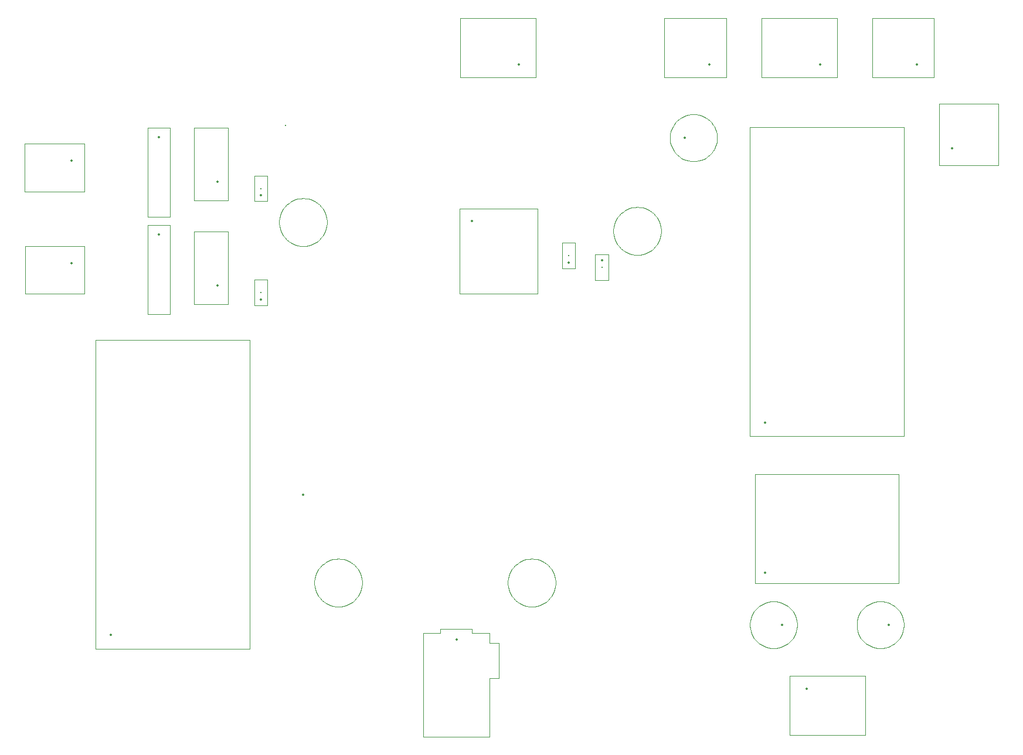
<source format=gbr>
%TF.GenerationSoftware,KiCad,Pcbnew,8.0.0*%
%TF.CreationDate,2024-03-04T10:50:14+07:00*%
%TF.ProjectId,capstone,63617073-746f-46e6-952e-6b696361645f,rev?*%
%TF.SameCoordinates,Original*%
%TF.FileFunction,Component,L1,Top*%
%TF.FilePolarity,Positive*%
%FSLAX46Y46*%
G04 Gerber Fmt 4.6, Leading zero omitted, Abs format (unit mm)*
G04 Created by KiCad (PCBNEW 8.0.0) date 2024-03-04 10:50:14*
%MOMM*%
%LPD*%
G01*
G04 APERTURE LIST*
%TA.AperFunction,ComponentMain*%
%ADD10C,0.300000*%
%TD*%
%TA.AperFunction,ComponentOutline,Courtyard*%
%ADD11C,0.100000*%
%TD*%
%TA.AperFunction,ComponentPin*%
%ADD12P,0.360000X4X0.000000*%
%TD*%
%TA.AperFunction,ComponentPin*%
%ADD13C,0.100000*%
%TD*%
G04 APERTURE END LIST*
D10*
%TO.C,R3*%
%TO.CFtp,R_0805_2012Metric_Pad1.20x1.40mm_HandSolder*%
%TO.CVal,10k*%
%TO.CLbN,Resistor_SMD*%
%TO.CMnt,SMD*%
%TO.CRot,-90*%
X176500000Y-75200000D03*
D11*
X177449999Y-73350001D02*
X177449999Y-77049999D01*
X175550001Y-77049999D01*
X175550001Y-73350001D01*
X177449999Y-73350001D01*
D12*
%TO.P,R3,1*%
X176500000Y-74200000D03*
D13*
%TO.P,R3,2*%
X176500000Y-76200000D03*
%TD*%
D10*
%TO.C,J2*%
%TO.CFtp,JST_PH_S2B-PH-K_1x02_P2.00mm_Horizontal*%
%TO.CVal,Conn_01x02_Pin*%
%TO.CLbN,Connector_JST*%
%TO.CMnt,TH*%
%TO.CRot,-90*%
X99900000Y-59830000D03*
D11*
X101749999Y-57380001D02*
X101749999Y-64279999D01*
X93150001Y-64279999D01*
X93150001Y-57380001D01*
X101749999Y-57380001D01*
D12*
%TO.P,J2,1,Pin_1*%
X99900000Y-59830000D03*
D13*
%TO.P,J2,2,Pin_2*%
X99900000Y-61830000D03*
%TD*%
D10*
%TO.C,J11*%
%TO.CFtp,CUI_PJ-002A*%
%TO.CVal,Barrel_Jack_Switch*%
%TO.CLbN,Barrel Jack*%
%TO.CMnt,TH*%
%TO.CRot,-90*%
X155500000Y-129000000D03*
D11*
X157749999Y-127450001D02*
X157749999Y-128000001D01*
X160249999Y-128000001D01*
X160249999Y-129450001D01*
X161599999Y-129450001D01*
X161599999Y-134549999D01*
X160249999Y-134549999D01*
X160249999Y-142999999D01*
X150750001Y-142999999D01*
X150750001Y-128000001D01*
X153150001Y-128000001D01*
X153150001Y-127450001D01*
X157749999Y-127450001D01*
D12*
%TO.P,J11,1*%
X155500000Y-129000000D03*
D13*
%TO.P,J11,2*%
X155500000Y-135000000D03*
%TO.P,J11,3*%
X160200000Y-132000000D03*
%TD*%
D10*
%TO.C,W_LV_SENSOR*%
%TO.CFtp,JST_PH_S4B-PH-K_1x04_P2.00mm_Horizontal*%
%TO.CVal,Grove_Conn*%
%TO.CLbN,Connector_JST*%
%TO.CMnt,TH*%
%TO.CRot,180*%
X164500000Y-45950000D03*
D11*
X166949999Y-39200001D02*
X166949999Y-47799999D01*
X156050001Y-47799999D01*
X156050001Y-39200001D01*
X166949999Y-39200001D01*
D12*
%TO.P,W_LV_SENSOR,1,Pin_1*%
X164500000Y-45950000D03*
D13*
%TO.P,W_LV_SENSOR,2,Pin_2*%
X162500000Y-45950000D03*
%TO.P,W_LV_SENSOR,3,Pin_3*%
X160500000Y-45950000D03*
%TO.P,W_LV_SENSOR,4,Pin_4*%
X158500000Y-45950000D03*
%TD*%
D10*
%TO.C,C5*%
%TO.CFtp,CP_Radial_D6.3mm_P2.50mm*%
%TO.CVal,100u*%
%TO.CLbN,Capacitor_THT*%
%TO.CMnt,TH*%
%TO.CRot,0*%
X188500000Y-56500000D03*
D11*
X189750000Y-53097504D02*
X190117875Y-53117450D01*
X190481436Y-53177052D01*
X190836422Y-53275614D01*
X191178671Y-53411978D01*
X191504169Y-53584546D01*
X191504169Y-53584547D01*
X191809102Y-53791297D01*
X192089894Y-54029804D01*
X192343253Y-54297271D01*
X192566208Y-54590564D01*
X192756146Y-54906243D01*
X192910840Y-55240606D01*
X193028475Y-55589736D01*
X193107673Y-55949537D01*
X193147506Y-56315793D01*
X193149999Y-56500000D01*
X193147506Y-56684207D01*
X193107673Y-57050463D01*
X193028475Y-57410264D01*
X192910840Y-57759394D01*
X192756146Y-58093757D01*
X192566208Y-58409436D01*
X192343253Y-58702729D01*
X192089894Y-58970196D01*
X191809102Y-59208703D01*
X191504169Y-59415453D01*
X191178671Y-59588022D01*
X190836422Y-59724386D01*
X190481436Y-59822948D01*
X190117875Y-59882550D01*
X189750000Y-59902496D01*
X189382125Y-59882550D01*
X189018564Y-59822948D01*
X188663578Y-59724386D01*
X188321329Y-59588022D01*
X187995830Y-59415453D01*
X187995831Y-59415453D01*
X187690898Y-59208703D01*
X187410106Y-58970196D01*
X187156747Y-58702729D01*
X186933792Y-58409436D01*
X186743854Y-58093757D01*
X186589160Y-57759394D01*
X186471525Y-57410264D01*
X186392327Y-57050463D01*
X186352494Y-56684207D01*
X186352494Y-56315793D01*
X186392327Y-55949537D01*
X186471525Y-55589736D01*
X186589160Y-55240606D01*
X186743854Y-54906243D01*
X186933792Y-54590564D01*
X187156747Y-54297271D01*
X187410106Y-54029804D01*
X187690898Y-53791297D01*
X187995831Y-53584547D01*
X187995830Y-53584546D01*
X188321329Y-53411978D01*
X188663578Y-53275614D01*
X189018564Y-53177052D01*
X189382125Y-53117450D01*
X189750000Y-53097504D01*
D12*
%TO.P,C5,1*%
X188500000Y-56500000D03*
D13*
%TO.P,C5,2*%
X191000000Y-56500000D03*
%TD*%
D10*
%TO.C,STP_MTR*%
%TO.CFtp,JST_PH_S4B-PH-K_1x04_P2.00mm_Horizontal*%
%TO.CVal,Conn_01x04_Pin*%
%TO.CLbN,Connector_JST*%
%TO.CMnt,TH*%
%TO.CRot,0*%
X206110000Y-136050000D03*
D11*
X214559999Y-134200001D02*
X214559999Y-142799999D01*
X203660001Y-142799999D01*
X203660001Y-134200001D01*
X214559999Y-134200001D01*
D12*
%TO.P,STP_MTR,1,Pin_1*%
X206110000Y-136050000D03*
D13*
%TO.P,STP_MTR,2,Pin_2*%
X208110000Y-136050000D03*
%TO.P,STP_MTR,3,Pin_3*%
X210110000Y-136050000D03*
%TO.P,STP_MTR,4,Pin_4*%
X212110000Y-136050000D03*
%TD*%
D10*
%TO.C,Q2*%
%TO.CFtp,TO-220-3_Vertical*%
%TO.CVal,TIP120*%
%TO.CLbN,Package_TO_SOT_THT*%
%TO.CMnt,TH*%
%TO.CRot,90*%
X121000000Y-77870000D03*
D11*
X122509999Y-70080001D02*
X122509999Y-80579999D01*
X117600001Y-80579999D01*
X117600001Y-70080001D01*
X122509999Y-70080001D01*
D12*
%TO.P,Q2,1,B*%
X121000000Y-77870000D03*
D13*
%TO.P,Q2,2,C*%
X121000000Y-75330000D03*
%TO.P,Q2,3,E*%
X121000000Y-72790000D03*
%TD*%
D10*
%TO.C,R4*%
%TO.CFtp,R_0805_2012Metric_Pad1.20x1.40mm_HandSolder*%
%TO.CVal,10k*%
%TO.CLbN,Resistor_SMD*%
%TO.CMnt,SMD*%
%TO.CRot,90*%
X171700000Y-73500000D03*
D11*
X172649999Y-71650001D02*
X172649999Y-75349999D01*
X170750001Y-75349999D01*
X170750001Y-71650001D01*
X172649999Y-71650001D01*
D12*
%TO.P,R4,1*%
X171700000Y-74500000D03*
D13*
%TO.P,R4,2*%
X171700000Y-72500000D03*
%TD*%
D10*
%TO.C,A1*%
%TO.CFtp,Arduino_Uno_R4_WiFi_Shield*%
%TO.CVal,Arduino_Uno_R4_WiFi_Shield*%
%TO.CLbN,PCM_arduino-library*%
%TO.CMnt,TH*%
%TO.CRot,-90*%
X130830000Y-54719881D03*
D11*
X138450000Y-117307349D02*
X138823285Y-117327587D01*
X139192193Y-117388067D01*
X139552399Y-117488078D01*
X139899681Y-117626447D01*
X140229966Y-117801553D01*
X140229966Y-117801554D01*
X140539383Y-118011344D01*
X140824304Y-118253358D01*
X141081389Y-118524759D01*
X141307623Y-118822365D01*
X141500354Y-119142686D01*
X141657322Y-119481967D01*
X141776688Y-119836230D01*
X141857051Y-120201323D01*
X141897469Y-120572965D01*
X141899999Y-120759881D01*
X141897469Y-120946797D01*
X141857051Y-121318439D01*
X141776688Y-121683532D01*
X141657322Y-122037795D01*
X141500354Y-122377076D01*
X141307623Y-122697397D01*
X141081389Y-122995003D01*
X140824304Y-123266404D01*
X140539383Y-123508418D01*
X140229966Y-123718208D01*
X139899681Y-123893315D01*
X139552399Y-124031684D01*
X139192193Y-124131695D01*
X138823285Y-124192175D01*
X138450000Y-124212414D01*
X138076715Y-124192175D01*
X137707807Y-124131695D01*
X137347601Y-124031684D01*
X137000319Y-123893315D01*
X136670033Y-123718208D01*
X136670034Y-123718208D01*
X136360617Y-123508418D01*
X136075696Y-123266404D01*
X135818611Y-122995003D01*
X135592377Y-122697397D01*
X135399646Y-122377076D01*
X135242678Y-122037795D01*
X135123312Y-121683532D01*
X135042949Y-121318439D01*
X135002531Y-120946797D01*
X135002531Y-120572965D01*
X135042949Y-120201323D01*
X135123312Y-119836230D01*
X135242678Y-119481967D01*
X135399646Y-119142686D01*
X135592377Y-118822365D01*
X135818611Y-118524759D01*
X136075696Y-118253358D01*
X136360617Y-118011344D01*
X136670034Y-117801554D01*
X136670033Y-117801553D01*
X137000319Y-117626447D01*
X137347601Y-117488078D01*
X137707807Y-117388067D01*
X138076715Y-117327587D01*
X138450000Y-117307349D01*
X166390000Y-117307349D02*
X166763285Y-117327587D01*
X167132193Y-117388067D01*
X167492399Y-117488078D01*
X167839681Y-117626447D01*
X168169966Y-117801553D01*
X168169966Y-117801554D01*
X168479383Y-118011344D01*
X168764304Y-118253358D01*
X169021389Y-118524759D01*
X169247623Y-118822365D01*
X169440354Y-119142686D01*
X169597322Y-119481967D01*
X169716688Y-119836230D01*
X169797051Y-120201323D01*
X169837469Y-120572965D01*
X169839999Y-120759881D01*
X169837469Y-120946797D01*
X169797051Y-121318439D01*
X169716688Y-121683532D01*
X169597322Y-122037795D01*
X169440354Y-122377076D01*
X169247623Y-122697397D01*
X169021389Y-122995003D01*
X168764304Y-123266404D01*
X168479383Y-123508418D01*
X168169966Y-123718208D01*
X167839681Y-123893315D01*
X167492399Y-124031684D01*
X167132193Y-124131695D01*
X166763285Y-124192175D01*
X166390000Y-124212414D01*
X166016715Y-124192175D01*
X165647807Y-124131695D01*
X165287601Y-124031684D01*
X164940319Y-123893315D01*
X164610033Y-123718208D01*
X164610034Y-123718208D01*
X164300617Y-123508418D01*
X164015696Y-123266404D01*
X163758611Y-122995003D01*
X163532377Y-122697397D01*
X163339646Y-122377076D01*
X163182678Y-122037795D01*
X163063312Y-121683532D01*
X162982949Y-121318439D01*
X162942531Y-120946797D01*
X162942531Y-120572965D01*
X162982949Y-120201323D01*
X163063312Y-119836230D01*
X163182678Y-119481967D01*
X163339646Y-119142686D01*
X163532377Y-118822365D01*
X163758611Y-118524759D01*
X164015696Y-118253358D01*
X164300617Y-118011344D01*
X164610034Y-117801554D01*
X164610033Y-117801553D01*
X164940319Y-117626447D01*
X165287601Y-117488078D01*
X165647807Y-117388067D01*
X166016715Y-117327587D01*
X166390000Y-117307349D01*
X181630000Y-66507349D02*
X182003285Y-66527587D01*
X182372193Y-66588067D01*
X182732399Y-66688078D01*
X183079681Y-66826447D01*
X183409966Y-67001553D01*
X183409966Y-67001554D01*
X183719383Y-67211344D01*
X184004304Y-67453358D01*
X184261389Y-67724759D01*
X184487623Y-68022365D01*
X184680354Y-68342686D01*
X184837322Y-68681967D01*
X184956688Y-69036230D01*
X185037051Y-69401323D01*
X185077469Y-69772965D01*
X185079999Y-69959881D01*
X185077469Y-70146797D01*
X185037051Y-70518439D01*
X184956688Y-70883532D01*
X184837322Y-71237795D01*
X184680354Y-71577076D01*
X184487623Y-71897397D01*
X184261389Y-72195003D01*
X184004304Y-72466404D01*
X183719383Y-72708418D01*
X183409966Y-72918208D01*
X183079681Y-73093315D01*
X182732399Y-73231684D01*
X182372193Y-73331695D01*
X182003285Y-73392175D01*
X181630000Y-73412414D01*
X181256715Y-73392175D01*
X180887807Y-73331695D01*
X180527601Y-73231684D01*
X180180319Y-73093315D01*
X179850033Y-72918208D01*
X179850034Y-72918208D01*
X179540617Y-72708418D01*
X179255696Y-72466404D01*
X178998611Y-72195003D01*
X178772377Y-71897397D01*
X178579646Y-71577076D01*
X178422678Y-71237795D01*
X178303312Y-70883532D01*
X178222949Y-70518439D01*
X178182531Y-70146797D01*
X178182531Y-69772965D01*
X178222949Y-69401323D01*
X178303312Y-69036230D01*
X178422678Y-68681967D01*
X178579646Y-68342686D01*
X178772377Y-68022365D01*
X178998611Y-67724759D01*
X179255696Y-67453358D01*
X179540617Y-67211344D01*
X179850034Y-67001554D01*
X179850033Y-67001553D01*
X180180319Y-66826447D01*
X180527601Y-66688078D01*
X180887807Y-66588067D01*
X181256715Y-66527587D01*
X181630000Y-66507349D01*
X133370000Y-65237349D02*
X133743285Y-65257587D01*
X134112193Y-65318067D01*
X134472399Y-65418078D01*
X134819681Y-65556447D01*
X135149966Y-65731553D01*
X135149966Y-65731554D01*
X135459383Y-65941344D01*
X135744304Y-66183358D01*
X136001389Y-66454759D01*
X136227623Y-66752365D01*
X136420354Y-67072686D01*
X136577322Y-67411967D01*
X136696688Y-67766230D01*
X136777051Y-68131323D01*
X136817469Y-68502965D01*
X136819999Y-68689881D01*
X136817469Y-68876797D01*
X136777051Y-69248439D01*
X136696688Y-69613532D01*
X136577322Y-69967795D01*
X136420354Y-70307076D01*
X136227623Y-70627397D01*
X136001389Y-70925003D01*
X135744304Y-71196404D01*
X135459383Y-71438418D01*
X135149966Y-71648208D01*
X134819681Y-71823315D01*
X134472399Y-71961684D01*
X134112193Y-72061695D01*
X133743285Y-72122175D01*
X133370000Y-72142414D01*
X132996715Y-72122175D01*
X132627807Y-72061695D01*
X132267601Y-71961684D01*
X131920319Y-71823315D01*
X131590033Y-71648208D01*
X131590034Y-71648208D01*
X131280617Y-71438418D01*
X130995696Y-71196404D01*
X130738611Y-70925003D01*
X130512377Y-70627397D01*
X130319646Y-70307076D01*
X130162678Y-69967795D01*
X130043312Y-69613532D01*
X129962949Y-69248439D01*
X129922531Y-68876797D01*
X129922531Y-68502965D01*
X129962949Y-68131323D01*
X130043312Y-67766230D01*
X130162678Y-67411967D01*
X130319646Y-67072686D01*
X130512377Y-66752365D01*
X130738611Y-66454759D01*
X130995696Y-66183358D01*
X131280617Y-65941344D01*
X131590034Y-65731554D01*
X131590033Y-65731553D01*
X131920319Y-65556447D01*
X132267601Y-65418078D01*
X132627807Y-65318067D01*
X132996715Y-65257587D01*
X133370000Y-65237349D01*
D12*
%TO.P,A1,A1,A1*%
X133370000Y-108059881D03*
D13*
%TO.P,A1,*%
X133370000Y-68689881D03*
X181630000Y-69959881D03*
X166390000Y-120759881D03*
X138450000Y-120759881D03*
%TO.P,A1,3V3,3.3V*%
X133370000Y-90279881D03*
%TO.P,A1,5V1,5V*%
X133370000Y-92819881D03*
%TO.P,A1,A0,A0*%
X133370000Y-105519881D03*
%TO.P,A1,A2,A2*%
X133370000Y-110599881D03*
%TO.P,A1,A3,A3*%
X133370000Y-113139881D03*
%TO.P,A1,A4,A4*%
X133370000Y-115679881D03*
%TO.P,A1,A5,A5*%
X133370000Y-118219881D03*
%TO.P,A1,AREF,AREF*%
X181630000Y-78595881D03*
%TO.P,A1,BOOT,BOOT*%
X133370000Y-82659881D03*
%TO.P,A1,D0,D0/RX*%
X181630000Y-118219881D03*
%TO.P,A1,D1,D1/TX*%
X181630000Y-115679881D03*
%TO.P,A1,D2,D2*%
X181630000Y-113139881D03*
%TO.P,A1,D3,D3*%
X181630000Y-110599881D03*
%TO.P,A1,D4,D4*%
X181630000Y-108059881D03*
%TO.P,A1,D5,D5*%
X181630000Y-105519881D03*
%TO.P,A1,D6,D6*%
X181630000Y-102979881D03*
%TO.P,A1,D7,D7*%
X181630000Y-100439881D03*
%TO.P,A1,D8,D8*%
X181630000Y-96375881D03*
%TO.P,A1,D9,D9*%
X181630000Y-93835881D03*
%TO.P,A1,D10,D10*%
X181630000Y-91295881D03*
%TO.P,A1,D11,D11*%
X181630000Y-88755881D03*
%TO.P,A1,D12,D12*%
X181630000Y-86215881D03*
%TO.P,A1,D13,D13*%
X181630000Y-83675881D03*
%TO.P,A1,GND1,GND*%
X181630000Y-81135881D03*
%TO.P,A1,GND2,GND*%
X133370000Y-95359881D03*
%TO.P,A1,GND3,GND*%
X133370000Y-97899881D03*
%TO.P,A1,GND5,GND*%
X133370000Y-75039881D03*
%TO.P,A1,IORF,IOREF*%
X133370000Y-85199881D03*
%TO.P,A1,OFF,OFF*%
X133370000Y-72499881D03*
%TO.P,A1,RST1,RESET*%
X133370000Y-87739881D03*
%TO.P,A1,SCL,SCL*%
X181630000Y-73515881D03*
%TO.P,A1,SDA,SDA*%
X181630000Y-76055881D03*
%TO.P,A1,VBAT,VRTC*%
X133370000Y-77579881D03*
%TO.P,A1,VIN,VIN*%
X133370000Y-100439881D03*
%TD*%
D10*
%TO.C,C4*%
%TO.CFtp,CP_Radial_D6.3mm_P2.50mm*%
%TO.CVal,100u*%
%TO.CLbN,Capacitor_THT*%
%TO.CMnt,TH*%
%TO.CRot,180*%
X202542380Y-126850000D03*
D11*
X201292380Y-123447504D02*
X201660255Y-123467450D01*
X202023816Y-123527052D01*
X202378802Y-123625614D01*
X202721051Y-123761978D01*
X203046549Y-123934546D01*
X203046549Y-123934547D01*
X203351482Y-124141297D01*
X203632274Y-124379804D01*
X203885633Y-124647271D01*
X204108588Y-124940564D01*
X204298526Y-125256243D01*
X204453220Y-125590606D01*
X204570855Y-125939736D01*
X204650053Y-126299537D01*
X204689886Y-126665793D01*
X204692379Y-126850000D01*
X204689886Y-127034207D01*
X204650053Y-127400463D01*
X204570855Y-127760264D01*
X204453220Y-128109394D01*
X204298526Y-128443757D01*
X204108588Y-128759436D01*
X203885633Y-129052729D01*
X203632274Y-129320196D01*
X203351482Y-129558703D01*
X203046549Y-129765453D01*
X202721051Y-129938022D01*
X202378802Y-130074386D01*
X202023816Y-130172948D01*
X201660255Y-130232550D01*
X201292380Y-130252496D01*
X200924505Y-130232550D01*
X200560944Y-130172948D01*
X200205958Y-130074386D01*
X199863709Y-129938022D01*
X199538210Y-129765453D01*
X199538211Y-129765453D01*
X199233278Y-129558703D01*
X198952486Y-129320196D01*
X198699127Y-129052729D01*
X198476172Y-128759436D01*
X198286234Y-128443757D01*
X198131540Y-128109394D01*
X198013905Y-127760264D01*
X197934707Y-127400463D01*
X197894874Y-127034207D01*
X197894874Y-126665793D01*
X197934707Y-126299537D01*
X198013905Y-125939736D01*
X198131540Y-125590606D01*
X198286234Y-125256243D01*
X198476172Y-124940564D01*
X198699127Y-124647271D01*
X198952486Y-124379804D01*
X199233278Y-124141297D01*
X199538211Y-123934547D01*
X199538210Y-123934546D01*
X199863709Y-123761978D01*
X200205958Y-123625614D01*
X200560944Y-123527052D01*
X200924505Y-123467450D01*
X201292380Y-123447504D01*
D12*
%TO.P,C4,1*%
X202542380Y-126850000D03*
D13*
%TO.P,C4,2*%
X200042380Y-126850000D03*
%TD*%
D10*
%TO.C,D2*%
%TO.CFtp,D_DO-41_SOD81_P10.16mm_Horizontal*%
%TO.CVal,1N4001*%
%TO.CLbN,Diode_THT*%
%TO.CMnt,TH*%
%TO.CRot,-90*%
X112500000Y-70500000D03*
D11*
X114099999Y-69150001D02*
X114099999Y-82009999D01*
X110900001Y-82009999D01*
X110900001Y-69150001D01*
X114099999Y-69150001D01*
D12*
%TO.P,D2,1,K*%
X112500000Y-70500000D03*
D13*
%TO.P,D2,2,A*%
X112500000Y-80660000D03*
%TD*%
D10*
%TO.C,R2*%
%TO.CFtp,R_0805_2012Metric_Pad1.20x1.40mm_HandSolder*%
%TO.CVal,1k*%
%TO.CLbN,Resistor_SMD*%
%TO.CMnt,SMD*%
%TO.CRot,90*%
X127250000Y-78830000D03*
D11*
X128199999Y-76980001D02*
X128199999Y-80679999D01*
X126300001Y-80679999D01*
X126300001Y-76980001D01*
X128199999Y-76980001D01*
D12*
%TO.P,R2,1*%
X127250000Y-79830000D03*
D13*
%TO.P,R2,2*%
X127250000Y-77830000D03*
%TD*%
D10*
%TO.C,R1*%
%TO.CFtp,R_0805_2012Metric_Pad1.20x1.40mm_HandSolder*%
%TO.CVal,1k*%
%TO.CLbN,Resistor_SMD*%
%TO.CMnt,SMD*%
%TO.CRot,90*%
X127250000Y-63830000D03*
D11*
X128199999Y-61980001D02*
X128199999Y-65679999D01*
X126300001Y-65679999D01*
X126300001Y-61980001D01*
X128199999Y-61980001D01*
D12*
%TO.P,R1,1*%
X127250000Y-64830000D03*
D13*
%TO.P,R1,2*%
X127250000Y-62830000D03*
%TD*%
D10*
%TO.C,U2*%
%TO.CFtp,YAAJ_DCDC_StepDown_LM2596*%
%TO.CVal,LM2596_DCDC*%
%TO.CLbN,LM2596*%
%TO.CMnt,TH*%
%TO.CRot,90*%
X200110000Y-97600000D03*
D11*
X220149999Y-54980001D02*
X220149999Y-99579999D01*
X197850001Y-99579999D01*
X197850001Y-54980001D01*
X220149999Y-54980001D01*
D12*
%TO.P,U2,1,Vin*%
X200110000Y-97600000D03*
D13*
%TO.P,U2,2,GND*%
X217890000Y-97600000D03*
%TO.P,U2,3,GND*%
X217890000Y-56960000D03*
%TO.P,U2,4,Vout*%
X200110000Y-56960000D03*
%TD*%
D10*
%TO.C,DHT-11*%
%TO.CFtp,JST_PH_S3B-PH-K_1x03_P2.00mm_Horizontal*%
%TO.CVal,Conn_01x03_Pin*%
%TO.CLbN,Connector_JST*%
%TO.CMnt,TH*%
%TO.CRot,180*%
X222000000Y-45950000D03*
D11*
X224449999Y-39200001D02*
X224449999Y-47799999D01*
X215550001Y-47799999D01*
X215550001Y-39200001D01*
X224449999Y-39200001D01*
D12*
%TO.P,DHT-11,1,Pin_1*%
X222000000Y-45950000D03*
D13*
%TO.P,DHT-11,2,Pin_2*%
X220000000Y-45950000D03*
%TO.P,DHT-11,3,Pin_3*%
X218000000Y-45950000D03*
%TD*%
D10*
%TO.C,ULT_SENSOR*%
%TO.CFtp,JST_PH_S4B-PH-K_1x04_P2.00mm_Horizontal*%
%TO.CVal,Conn_01x04_Pin*%
%TO.CLbN,Connector_JST*%
%TO.CMnt,TH*%
%TO.CRot,180*%
X208000000Y-45950000D03*
D11*
X210449999Y-39200001D02*
X210449999Y-47799999D01*
X199550001Y-47799999D01*
X199550001Y-39200001D01*
X210449999Y-39200001D01*
D12*
%TO.P,ULT_SENSOR,1,Pin_1*%
X208000000Y-45950000D03*
D13*
%TO.P,ULT_SENSOR,2,Pin_2*%
X206000000Y-45950000D03*
%TO.P,ULT_SENSOR,3,Pin_3*%
X204000000Y-45950000D03*
%TO.P,ULT_SENSOR,4,Pin_4*%
X202000000Y-45950000D03*
%TD*%
D10*
%TO.C,J10*%
%TO.CFtp,PinSocket_1x04_P2.54mm_Horizontal*%
%TO.CVal,Conn_01x04_Socket*%
%TO.CLbN,Connector_PinSocket_2.54mm*%
%TO.CMnt,TH*%
%TO.CRot,90*%
X157750000Y-68500000D03*
D11*
X167199999Y-66750001D02*
X167199999Y-79049999D01*
X156000001Y-79049999D01*
X156000001Y-66750001D01*
X167199999Y-66750001D01*
D12*
%TO.P,J10,1,Pin_1*%
X157750000Y-68500000D03*
D13*
%TO.P,J10,2,Pin_2*%
X160290000Y-68500000D03*
%TO.P,J10,3,Pin_3*%
X162830000Y-68500000D03*
%TO.P,J10,4,Pin_4*%
X165370000Y-68500000D03*
%TD*%
D10*
%TO.C,D1*%
%TO.CFtp,D_DO-41_SOD81_P10.16mm_Horizontal*%
%TO.CVal,1N4001*%
%TO.CLbN,Diode_THT*%
%TO.CMnt,TH*%
%TO.CRot,-90*%
X112500000Y-56420000D03*
D11*
X114099999Y-55070001D02*
X114099999Y-67929999D01*
X110900001Y-67929999D01*
X110900001Y-55070001D01*
X114099999Y-55070001D01*
D12*
%TO.P,D1,1,K*%
X112500000Y-56420000D03*
D13*
%TO.P,D1,2,A*%
X112500000Y-66580000D03*
%TD*%
D10*
%TO.C,A2*%
%TO.CFtp,Pololu_Breakout-16_15.2x20.3mm*%
%TO.CVal,A4988_DRV*%
%TO.CLbN,Module*%
%TO.CMnt,TH*%
%TO.CRot,90*%
X200110000Y-119340000D03*
D11*
X219409999Y-105130001D02*
X219409999Y-120869999D01*
X198590001Y-120869999D01*
X198590001Y-105130001D01*
X219409999Y-105130001D01*
D12*
%TO.P,A2,1,GND*%
X200110000Y-119340000D03*
D13*
%TO.P,A2,2,VDD*%
X202650000Y-119340000D03*
%TO.P,A2,3,1B*%
X205190000Y-119340000D03*
%TO.P,A2,4,1A*%
X207730000Y-119340000D03*
%TO.P,A2,5,2A*%
X210270000Y-119340000D03*
%TO.P,A2,6,2B*%
X212810000Y-119340000D03*
%TO.P,A2,7,GND*%
X215350000Y-119340000D03*
%TO.P,A2,8,VMOT*%
X217890000Y-119340000D03*
%TO.P,A2,9,~{ENABLE}*%
X217890000Y-106640000D03*
%TO.P,A2,10,MS1*%
X215350000Y-106640000D03*
%TO.P,A2,11,MS2*%
X212810000Y-106640000D03*
%TO.P,A2,12,MS3*%
X210270000Y-106640000D03*
%TO.P,A2,13,~{RESET}*%
X207730000Y-106640000D03*
%TO.P,A2,14,~{SLEEP}*%
X205190000Y-106640000D03*
%TO.P,A2,15,STEP*%
X202650000Y-106640000D03*
%TO.P,A2,16,DIR*%
X200110000Y-106640000D03*
%TD*%
D10*
%TO.C,WTR_PMP*%
%TO.CFtp,JST_PH_S3B-PH-K_1x03_P2.00mm_Horizontal*%
%TO.CVal,Conn_01x03_Pin*%
%TO.CLbN,Connector_JST*%
%TO.CMnt,TH*%
%TO.CRot,90*%
X227050000Y-58000000D03*
D11*
X233799999Y-51550001D02*
X233799999Y-60449999D01*
X225200001Y-60449999D01*
X225200001Y-51550001D01*
X233799999Y-51550001D01*
D12*
%TO.P,WTR_PMP,1,Pin_1*%
X227050000Y-58000000D03*
D13*
%TO.P,WTR_PMP,2,Pin_2*%
X227050000Y-56000000D03*
%TO.P,WTR_PMP,3,Pin_3*%
X227050000Y-54000000D03*
%TD*%
D10*
%TO.C,U1*%
%TO.CFtp,YAAJ_DCDC_StepDown_LM2596*%
%TO.CVal,LM2596_DCDC*%
%TO.CLbN,LM2596*%
%TO.CMnt,TH*%
%TO.CRot,90*%
X105610000Y-128320000D03*
D11*
X125649999Y-85700001D02*
X125649999Y-130299999D01*
X103350001Y-130299999D01*
X103350001Y-85700001D01*
X125649999Y-85700001D01*
D12*
%TO.P,U1,1,Vin*%
X105610000Y-128320000D03*
D13*
%TO.P,U1,2,GND*%
X123390000Y-128320000D03*
%TO.P,U1,3,GND*%
X123390000Y-87680000D03*
%TO.P,U1,4,Vout*%
X105610000Y-87680000D03*
%TD*%
D10*
%TO.C,SERVO_PWM*%
%TO.CFtp,JST_PH_S3B-PH-K_1x03_P2.00mm_Horizontal*%
%TO.CVal,Conn_01x03_Pin*%
%TO.CLbN,Connector_JST*%
%TO.CMnt,TH*%
%TO.CRot,180*%
X192000000Y-45950000D03*
D11*
X194449999Y-39200001D02*
X194449999Y-47799999D01*
X185550001Y-47799999D01*
X185550001Y-39200001D01*
X194449999Y-39200001D01*
D12*
%TO.P,SERVO_PWM,1,Pin_1*%
X192000000Y-45950000D03*
D13*
%TO.P,SERVO_PWM,2,Pin_2*%
X190000000Y-45950000D03*
%TO.P,SERVO_PWM,3,Pin_3*%
X188000000Y-45950000D03*
%TD*%
D10*
%TO.C,Q1*%
%TO.CFtp,TO-220-3_Vertical*%
%TO.CVal,TIP120*%
%TO.CLbN,Package_TO_SOT_THT*%
%TO.CMnt,TH*%
%TO.CRot,90*%
X121000000Y-62870000D03*
D11*
X122509999Y-55080001D02*
X122509999Y-65579999D01*
X117600001Y-65579999D01*
X117600001Y-55080001D01*
X122509999Y-55080001D01*
D12*
%TO.P,Q1,1,B*%
X121000000Y-62870000D03*
D13*
%TO.P,Q1,2,C*%
X121000000Y-60330000D03*
%TO.P,Q1,3,E*%
X121000000Y-57790000D03*
%TD*%
D10*
%TO.C,C3*%
%TO.CFtp,CP_Radial_D6.3mm_P2.50mm*%
%TO.CVal,100u*%
%TO.CLbN,Capacitor_THT*%
%TO.CMnt,TH*%
%TO.CRot,180*%
X217974759Y-126849999D03*
D11*
X216724759Y-123447503D02*
X217092634Y-123467449D01*
X217456195Y-123527051D01*
X217811181Y-123625613D01*
X218153430Y-123761977D01*
X218478928Y-123934545D01*
X218478928Y-123934546D01*
X218783861Y-124141296D01*
X219064653Y-124379803D01*
X219318012Y-124647270D01*
X219540967Y-124940563D01*
X219730905Y-125256242D01*
X219885599Y-125590605D01*
X220003234Y-125939735D01*
X220082432Y-126299536D01*
X220122265Y-126665792D01*
X220124758Y-126849999D01*
X220122265Y-127034206D01*
X220082432Y-127400462D01*
X220003234Y-127760263D01*
X219885599Y-128109393D01*
X219730905Y-128443756D01*
X219540967Y-128759435D01*
X219318012Y-129052728D01*
X219064653Y-129320195D01*
X218783861Y-129558702D01*
X218478928Y-129765452D01*
X218153430Y-129938021D01*
X217811181Y-130074385D01*
X217456195Y-130172947D01*
X217092634Y-130232549D01*
X216724759Y-130252495D01*
X216356884Y-130232549D01*
X215993323Y-130172947D01*
X215638337Y-130074385D01*
X215296088Y-129938021D01*
X214970589Y-129765452D01*
X214970590Y-129765452D01*
X214665657Y-129558702D01*
X214384865Y-129320195D01*
X214131506Y-129052728D01*
X213908551Y-128759435D01*
X213718613Y-128443756D01*
X213563919Y-128109393D01*
X213446284Y-127760263D01*
X213367086Y-127400462D01*
X213327253Y-127034206D01*
X213327253Y-126665792D01*
X213367086Y-126299536D01*
X213446284Y-125939735D01*
X213563919Y-125590605D01*
X213718613Y-125256242D01*
X213908551Y-124940563D01*
X214131506Y-124647270D01*
X214384865Y-124379803D01*
X214665657Y-124141296D01*
X214970590Y-123934546D01*
X214970589Y-123934545D01*
X215296088Y-123761977D01*
X215638337Y-123625613D01*
X215993323Y-123527051D01*
X216356884Y-123467449D01*
X216724759Y-123447503D01*
D12*
%TO.P,C3,1*%
X217974759Y-126849999D03*
D13*
%TO.P,C3,2*%
X215474759Y-126849999D03*
%TD*%
D10*
%TO.C,J3*%
%TO.CFtp,JST_PH_S2B-PH-K_1x02_P2.00mm_Horizontal*%
%TO.CVal,Conn_01x02_Pin*%
%TO.CLbN,Connector_JST*%
%TO.CMnt,TH*%
%TO.CRot,-90*%
X99950000Y-74580000D03*
D11*
X101799999Y-72130001D02*
X101799999Y-79029999D01*
X93200001Y-79029999D01*
X93200001Y-72130001D01*
X101799999Y-72130001D01*
D12*
%TO.P,J3,1,Pin_1*%
X99950000Y-74580000D03*
D13*
%TO.P,J3,2,Pin_2*%
X99950000Y-76580000D03*
%TD*%
M02*

</source>
